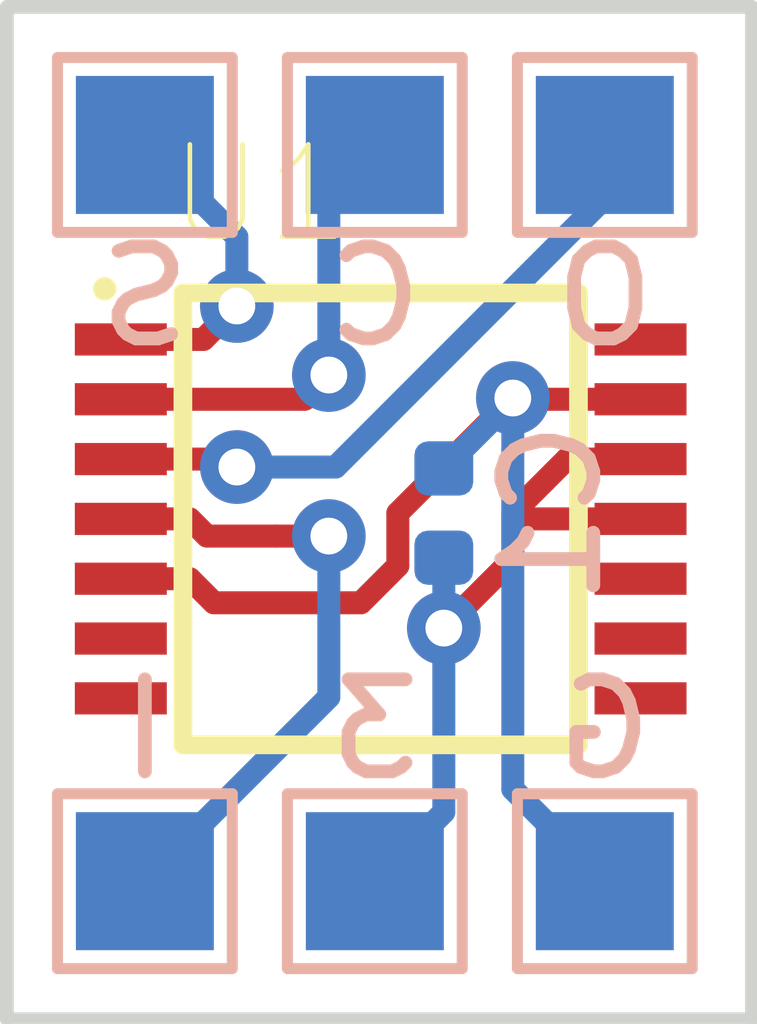
<source format=kicad_pcb>
(kicad_pcb (version 20171130) (host pcbnew 5.0.2+dfsg1-1)

  (general
    (thickness 1.6)
    (drawings 4)
    (tracks 46)
    (zones 0)
    (modules 8)
    (nets 13)
  )

  (page A4)
  (layers
    (0 F.Cu signal)
    (31 B.Cu signal)
    (32 B.Adhes user)
    (33 F.Adhes user)
    (34 B.Paste user)
    (35 F.Paste user)
    (36 B.SilkS user)
    (37 F.SilkS user)
    (38 B.Mask user)
    (39 F.Mask user)
    (40 Dwgs.User user)
    (41 Cmts.User user)
    (42 Eco1.User user)
    (43 Eco2.User user)
    (44 Edge.Cuts user)
    (45 Margin user)
    (46 B.CrtYd user)
    (47 F.CrtYd user)
    (48 B.Fab user)
    (49 F.Fab user)
  )

  (setup
    (last_trace_width 0.25)
    (trace_clearance 0.2)
    (zone_clearance 0.508)
    (zone_45_only no)
    (trace_min 0.2)
    (segment_width 0.2)
    (edge_width 0.15)
    (via_size 0.8)
    (via_drill 0.4)
    (via_min_size 0.4)
    (via_min_drill 0.3)
    (uvia_size 0.3)
    (uvia_drill 0.1)
    (uvias_allowed no)
    (uvia_min_size 0.2)
    (uvia_min_drill 0.1)
    (pcb_text_width 0.3)
    (pcb_text_size 1.5 1.5)
    (mod_edge_width 0.15)
    (mod_text_size 1 1)
    (mod_text_width 0.15)
    (pad_size 1.524 1.524)
    (pad_drill 0.762)
    (pad_to_mask_clearance 0.051)
    (solder_mask_min_width 0.25)
    (aux_axis_origin 0 0)
    (visible_elements FFFFFF7F)
    (pcbplotparams
      (layerselection 0x010f0_ffffffff)
      (usegerberextensions false)
      (usegerberattributes false)
      (usegerberadvancedattributes false)
      (creategerberjobfile false)
      (excludeedgelayer true)
      (linewidth 0.100000)
      (plotframeref false)
      (viasonmask false)
      (mode 1)
      (useauxorigin false)
      (hpglpennumber 1)
      (hpglpenspeed 20)
      (hpglpendiameter 15.000000)
      (psnegative false)
      (psa4output false)
      (plotreference true)
      (plotvalue true)
      (plotinvisibletext false)
      (padsonsilk false)
      (subtractmaskfromsilk false)
      (outputformat 1)
      (mirror false)
      (drillshape 0)
      (scaleselection 1)
      (outputdirectory ""))
  )

  (net 0 "")
  (net 1 +3V3)
  (net 2 "Net-(Clk1-Pad1)")
  (net 3 "Net-(U1-Pad4)")
  (net 4 "Net-(U1-Pad3)")
  (net 5 GND)
  (net 6 "Net-(Sc1-Pad1)")
  (net 7 "Net-(U1-Pad6)")
  (net 8 "Net-(U1-Pad7)")
  (net 9 "Net-(U1-Pad8)")
  (net 10 "Net-(U1-Pad9)")
  (net 11 "Net-(U1-Pad10)")
  (net 12 "Net-(U1-Pad14)")

  (net_class Default "This is the default net class."
    (clearance 0.2)
    (trace_width 0.25)
    (via_dia 0.8)
    (via_drill 0.4)
    (uvia_dia 0.3)
    (uvia_drill 0.1)
    (add_net +3V3)
    (add_net GND)
    (add_net "Net-(Clk1-Pad1)")
    (add_net "Net-(Sc1-Pad1)")
    (add_net "Net-(U1-Pad10)")
    (add_net "Net-(U1-Pad14)")
    (add_net "Net-(U1-Pad3)")
    (add_net "Net-(U1-Pad4)")
    (add_net "Net-(U1-Pad6)")
    (add_net "Net-(U1-Pad7)")
    (add_net "Net-(U1-Pad8)")
    (add_net "Net-(U1-Pad9)")
  )

  (module Capacitor_SMD:C_0402_1005Metric (layer B.Cu) (tedit 5B301BBE) (tstamp 5D6E646B)
    (at 34.25 30.5 90)
    (descr "Capacitor SMD 0402 (1005 Metric), square (rectangular) end terminal, IPC_7351 nominal, (Body size source: http://www.tortai-tech.com/upload/download/2011102023233369053.pdf), generated with kicad-footprint-generator")
    (tags capacitor)
    (path /5D66594B)
    (attr smd)
    (fp_text reference C1 (at 0 1.17 90) (layer B.SilkS)
      (effects (font (size 1 1) (thickness 0.15)) (justify mirror))
    )
    (fp_text value C (at 0 -1.17 90) (layer B.Fab)
      (effects (font (size 1 1) (thickness 0.15)) (justify mirror))
    )
    (fp_line (start -0.5 -0.25) (end -0.5 0.25) (layer B.Fab) (width 0.1))
    (fp_line (start -0.5 0.25) (end 0.5 0.25) (layer B.Fab) (width 0.1))
    (fp_line (start 0.5 0.25) (end 0.5 -0.25) (layer B.Fab) (width 0.1))
    (fp_line (start 0.5 -0.25) (end -0.5 -0.25) (layer B.Fab) (width 0.1))
    (fp_line (start -0.93 -0.47) (end -0.93 0.47) (layer B.CrtYd) (width 0.05))
    (fp_line (start -0.93 0.47) (end 0.93 0.47) (layer B.CrtYd) (width 0.05))
    (fp_line (start 0.93 0.47) (end 0.93 -0.47) (layer B.CrtYd) (width 0.05))
    (fp_line (start 0.93 -0.47) (end -0.93 -0.47) (layer B.CrtYd) (width 0.05))
    (fp_text user %R (at 0 0 90) (layer B.Fab)
      (effects (font (size 0.25 0.25) (thickness 0.04)) (justify mirror))
    )
    (pad 1 smd roundrect (at -0.485 0 90) (size 0.59 0.64) (layers B.Cu B.Paste B.Mask) (roundrect_rratio 0.25)
      (net 1 +3V3))
    (pad 2 smd roundrect (at 0.485 0 90) (size 0.59 0.64) (layers B.Cu B.Paste B.Mask) (roundrect_rratio 0.25)
      (net 5 GND))
    (model ${KISYS3DMOD}/Capacitor_SMD.3dshapes/C_0402_1005Metric.wrl
      (at (xyz 0 0 0))
      (scale (xyz 1 1 1))
      (rotate (xyz 0 0 0))
    )
  )

  (module TestPoint:TestPoint_Pad_1.5x1.5mm (layer B.Cu) (tedit 5D6675DA) (tstamp 5D6DEA55)
    (at 31 26.5)
    (descr "SMD rectangular pad as test Point, square 1.5mm side length")
    (tags "test point SMD pad rectangle square")
    (path /5D65C92D)
    (attr virtual)
    (fp_text reference S (at 0 1.648) (layer B.SilkS)
      (effects (font (size 1 1) (thickness 0.15)) (justify mirror))
    )
    (fp_text value Conn_01x01 (at 0 -1.75) (layer B.Fab) hide
      (effects (font (size 1 1) (thickness 0.15)) (justify mirror))
    )
    (fp_text user %R (at 0 1.65) (layer B.Fab)
      (effects (font (size 1 1) (thickness 0.15)) (justify mirror))
    )
    (fp_line (start -0.95 0.95) (end 0.95 0.95) (layer B.SilkS) (width 0.12))
    (fp_line (start 0.95 0.95) (end 0.95 -0.95) (layer B.SilkS) (width 0.12))
    (fp_line (start 0.95 -0.95) (end -0.95 -0.95) (layer B.SilkS) (width 0.12))
    (fp_line (start -0.95 -0.95) (end -0.95 0.95) (layer B.SilkS) (width 0.12))
    (fp_line (start -1.25 1.25) (end 1.25 1.25) (layer B.CrtYd) (width 0.05))
    (fp_line (start -1.25 1.25) (end -1.25 -1.25) (layer B.CrtYd) (width 0.05))
    (fp_line (start 1.25 -1.25) (end 1.25 1.25) (layer B.CrtYd) (width 0.05))
    (fp_line (start 1.25 -1.25) (end -1.25 -1.25) (layer B.CrtYd) (width 0.05))
    (pad 1 smd rect (at 0 0) (size 1.5 1.5) (layers B.Cu B.Mask)
      (net 6 "Net-(Sc1-Pad1)"))
  )

  (module TestPoint:TestPoint_Pad_1.5x1.5mm (layer B.Cu) (tedit 5D6674C6) (tstamp 5D6DEA48)
    (at 36 34.5 180)
    (descr "SMD rectangular pad as test Point, square 1.5mm side length")
    (tags "test point SMD pad rectangle square")
    (path /5D65C7B4)
    (attr virtual)
    (fp_text reference G (at 0 1.648 180) (layer B.SilkS)
      (effects (font (size 1 1) (thickness 0.15)) (justify mirror))
    )
    (fp_text value Conn_01x01 (at 0 -1.75 180) (layer B.Fab) hide
      (effects (font (size 1 1) (thickness 0.15)) (justify mirror))
    )
    (fp_line (start 1.25 -1.25) (end -1.25 -1.25) (layer B.CrtYd) (width 0.05))
    (fp_line (start 1.25 -1.25) (end 1.25 1.25) (layer B.CrtYd) (width 0.05))
    (fp_line (start -1.25 1.25) (end -1.25 -1.25) (layer B.CrtYd) (width 0.05))
    (fp_line (start -1.25 1.25) (end 1.25 1.25) (layer B.CrtYd) (width 0.05))
    (fp_line (start -0.95 -0.95) (end -0.95 0.95) (layer B.SilkS) (width 0.12))
    (fp_line (start 0.95 -0.95) (end -0.95 -0.95) (layer B.SilkS) (width 0.12))
    (fp_line (start 0.95 0.95) (end 0.95 -0.95) (layer B.SilkS) (width 0.12))
    (fp_line (start -0.95 0.95) (end 0.95 0.95) (layer B.SilkS) (width 0.12))
    (fp_text user %R (at 0 1.65 180) (layer B.Fab)
      (effects (font (size 1 1) (thickness 0.15)) (justify mirror))
    )
    (pad 1 smd rect (at 0 0 180) (size 1.5 1.5) (layers B.Cu B.Mask)
      (net 5 GND))
  )

  (module TestPoint:TestPoint_Pad_1.5x1.5mm (layer B.Cu) (tedit 5D6675F9) (tstamp 5D6DEA3B)
    (at 36 26.5)
    (descr "SMD rectangular pad as test Point, square 1.5mm side length")
    (tags "test point SMD pad rectangle square")
    (path /5D65CD52)
    (attr virtual)
    (fp_text reference O (at 0 1.648) (layer B.SilkS)
      (effects (font (size 1 1) (thickness 0.15)) (justify mirror))
    )
    (fp_text value Conn_01x01 (at 0 -1.75) (layer B.Fab) hide
      (effects (font (size 1 1) (thickness 0.15)) (justify mirror))
    )
    (fp_text user %R (at 0 1.65) (layer B.Fab)
      (effects (font (size 1 1) (thickness 0.15)) (justify mirror))
    )
    (fp_line (start -0.95 0.95) (end 0.95 0.95) (layer B.SilkS) (width 0.12))
    (fp_line (start 0.95 0.95) (end 0.95 -0.95) (layer B.SilkS) (width 0.12))
    (fp_line (start 0.95 -0.95) (end -0.95 -0.95) (layer B.SilkS) (width 0.12))
    (fp_line (start -0.95 -0.95) (end -0.95 0.95) (layer B.SilkS) (width 0.12))
    (fp_line (start -1.25 1.25) (end 1.25 1.25) (layer B.CrtYd) (width 0.05))
    (fp_line (start -1.25 1.25) (end -1.25 -1.25) (layer B.CrtYd) (width 0.05))
    (fp_line (start 1.25 -1.25) (end 1.25 1.25) (layer B.CrtYd) (width 0.05))
    (fp_line (start 1.25 -1.25) (end -1.25 -1.25) (layer B.CrtYd) (width 0.05))
    (pad 1 smd rect (at 0 0) (size 1.5 1.5) (layers B.Cu B.Mask)
      (net 4 "Net-(U1-Pad3)"))
  )

  (module TestPoint:TestPoint_Pad_1.5x1.5mm (layer B.Cu) (tedit 5D6675D1) (tstamp 5D6DEA2E)
    (at 31 34.5 180)
    (descr "SMD rectangular pad as test Point, square 1.5mm side length")
    (tags "test point SMD pad rectangle square")
    (path /5D65CBE9)
    (attr virtual)
    (fp_text reference I (at 0 1.648 180) (layer B.SilkS)
      (effects (font (size 1 1) (thickness 0.15)) (justify mirror))
    )
    (fp_text value Conn_01x01 (at 0 -1.75 180) (layer B.Fab) hide
      (effects (font (size 1 1) (thickness 0.15)) (justify mirror))
    )
    (fp_line (start 1.25 -1.25) (end -1.25 -1.25) (layer B.CrtYd) (width 0.05))
    (fp_line (start 1.25 -1.25) (end 1.25 1.25) (layer B.CrtYd) (width 0.05))
    (fp_line (start -1.25 1.25) (end -1.25 -1.25) (layer B.CrtYd) (width 0.05))
    (fp_line (start -1.25 1.25) (end 1.25 1.25) (layer B.CrtYd) (width 0.05))
    (fp_line (start -0.95 -0.95) (end -0.95 0.95) (layer B.SilkS) (width 0.12))
    (fp_line (start 0.95 -0.95) (end -0.95 -0.95) (layer B.SilkS) (width 0.12))
    (fp_line (start 0.95 0.95) (end 0.95 -0.95) (layer B.SilkS) (width 0.12))
    (fp_line (start -0.95 0.95) (end 0.95 0.95) (layer B.SilkS) (width 0.12))
    (fp_text user %R (at 0 1.65 180) (layer B.Fab)
      (effects (font (size 1 1) (thickness 0.15)) (justify mirror))
    )
    (pad 1 smd rect (at 0 0 180) (size 1.5 1.5) (layers B.Cu B.Mask)
      (net 3 "Net-(U1-Pad4)"))
  )

  (module TestPoint:TestPoint_Pad_1.5x1.5mm (layer B.Cu) (tedit 5D6675EA) (tstamp 5D6DEA21)
    (at 33.5 26.5)
    (descr "SMD rectangular pad as test Point, square 1.5mm side length")
    (tags "test point SMD pad rectangle square")
    (path /5D65CA8A)
    (attr virtual)
    (fp_text reference C (at 0 1.648) (layer B.SilkS)
      (effects (font (size 1 1) (thickness 0.15)) (justify mirror))
    )
    (fp_text value Conn_01x01 (at 0 -1.75) (layer B.Fab) hide
      (effects (font (size 1 1) (thickness 0.15)) (justify mirror))
    )
    (fp_text user %R (at 0 1.65) (layer B.Fab)
      (effects (font (size 1 1) (thickness 0.15)) (justify mirror))
    )
    (fp_line (start -0.95 0.95) (end 0.95 0.95) (layer B.SilkS) (width 0.12))
    (fp_line (start 0.95 0.95) (end 0.95 -0.95) (layer B.SilkS) (width 0.12))
    (fp_line (start 0.95 -0.95) (end -0.95 -0.95) (layer B.SilkS) (width 0.12))
    (fp_line (start -0.95 -0.95) (end -0.95 0.95) (layer B.SilkS) (width 0.12))
    (fp_line (start -1.25 1.25) (end 1.25 1.25) (layer B.CrtYd) (width 0.05))
    (fp_line (start -1.25 1.25) (end -1.25 -1.25) (layer B.CrtYd) (width 0.05))
    (fp_line (start 1.25 -1.25) (end 1.25 1.25) (layer B.CrtYd) (width 0.05))
    (fp_line (start 1.25 -1.25) (end -1.25 -1.25) (layer B.CrtYd) (width 0.05))
    (pad 1 smd rect (at 0 0) (size 1.5 1.5) (layers B.Cu B.Mask)
      (net 2 "Net-(Clk1-Pad1)"))
  )

  (module TestPoint:TestPoint_Pad_1.5x1.5mm (layer B.Cu) (tedit 5D6674E7) (tstamp 5D6DE838)
    (at 33.5 34.5 180)
    (descr "SMD rectangular pad as test Point, square 1.5mm side length")
    (tags "test point SMD pad rectangle square")
    (path /5D65C4F9)
    (attr virtual)
    (fp_text reference 3 (at 0 1.648 180) (layer B.SilkS)
      (effects (font (size 1 1) (thickness 0.15)) (justify mirror))
    )
    (fp_text value Conn_01x01 (at 0 -1.75 180) (layer B.Fab) hide
      (effects (font (size 1 1) (thickness 0.15)) (justify mirror))
    )
    (fp_text user %R (at 0 1.65 180) (layer B.Fab)
      (effects (font (size 1 1) (thickness 0.15)) (justify mirror))
    )
    (fp_line (start -0.95 0.95) (end 0.95 0.95) (layer B.SilkS) (width 0.12))
    (fp_line (start 0.95 0.95) (end 0.95 -0.95) (layer B.SilkS) (width 0.12))
    (fp_line (start 0.95 -0.95) (end -0.95 -0.95) (layer B.SilkS) (width 0.12))
    (fp_line (start -0.95 -0.95) (end -0.95 0.95) (layer B.SilkS) (width 0.12))
    (fp_line (start -1.25 1.25) (end 1.25 1.25) (layer B.CrtYd) (width 0.05))
    (fp_line (start -1.25 1.25) (end -1.25 -1.25) (layer B.CrtYd) (width 0.05))
    (fp_line (start 1.25 -1.25) (end 1.25 1.25) (layer B.CrtYd) (width 0.05))
    (fp_line (start 1.25 -1.25) (end -1.25 -1.25) (layer B.CrtYd) (width 0.05))
    (pad 1 smd rect (at 0 0 180) (size 1.5 1.5) (layers B.Cu B.Mask)
      (net 1 +3V3))
  )

  (module SOP65P640X120-14N (layer F.Cu) (tedit 5D667561) (tstamp 5D6DE466)
    (at 33.563501 30.563501)
    (path /5D656ED1)
    (attr smd)
    (fp_text reference U1 (at -1.31141 -3.52881) (layer F.SilkS)
      (effects (font (size 1.00108 1.00108) (thickness 0.05)))
    )
    (fp_text value AS5048A-HTSP-500 (at -0.57545 3.55785) (layer F.SilkS) hide
      (effects (font (size 1.0008 1.0008) (thickness 0.05)))
    )
    (fp_line (start -2.15 2.455) (end -2.15 -2.455) (layer F.SilkS) (width 0.2032))
    (fp_line (start -2.15 -2.455) (end 2.15 -2.455) (layer F.SilkS) (width 0.2032))
    (fp_line (start 2.15 2.455) (end -2.15 2.455) (layer F.SilkS) (width 0.2032))
    (fp_line (start 2.15 -2.455) (end 2.15 2.455) (layer F.SilkS) (width 0.2032))
    (fp_circle (center -1.525 -1.825) (end -1.15 -1.825) (layer Eco2.User) (width 0))
    (fp_poly (pts (xy -2.22699 -2.10199) (xy -2.22699 -1.79935) (xy -3.20065 -1.79935) (xy -3.20065 -2.10199)) (layer Eco2.User) (width 0))
    (fp_poly (pts (xy -2.22713 -1.45213) (xy -2.22713 -1.14881) (xy -3.20119 -1.14881) (xy -3.20119 -1.45213)) (layer Eco2.User) (width 0))
    (fp_poly (pts (xy -2.22531 -0.800306) (xy -2.22531 -0.499726) (xy -3.20027 -0.499727) (xy -3.20027 -0.800307)) (layer Eco2.User) (width 0))
    (fp_poly (pts (xy -2.22553 -0.150531) (xy -2.22553 0.150749) (xy -3.20075 0.150749) (xy -3.20075 -0.150531)) (layer Eco2.User) (width 0))
    (fp_poly (pts (xy -2.22591 0.499095) (xy -2.22591 0.802095) (xy -3.20209 0.802095) (xy -3.20209 0.499095)) (layer Eco2.User) (width 0))
    (fp_poly (pts (xy -2.22607 1.14893) (xy -2.22607 1.45462) (xy -3.20462 1.45462) (xy -3.20462 1.14893)) (layer Eco2.User) (width 0))
    (fp_poly (pts (xy -2.22504 1.79996) (xy -2.22504 2.10052) (xy -3.20052 2.10052) (xy -3.20052 1.79996)) (layer Eco2.User) (width 0))
    (fp_poly (pts (xy 2.22512 2.09988) (xy 2.22512 1.80464) (xy 3.20464 1.80464) (xy 3.20464 2.09988)) (layer Eco2.User) (width 0))
    (fp_poly (pts (xy 2.22524 1.44976) (xy 2.22524 1.15135) (xy 3.20135 1.15135) (xy 3.20135 1.44976)) (layer Eco2.User) (width 0))
    (fp_poly (pts (xy 2.22542 0.79958) (xy 2.22542 0.50109) (xy 3.20109 0.50109) (xy 3.20109 0.79958)) (layer Eco2.User) (width 0))
    (fp_poly (pts (xy 2.22676 0.148239) (xy 2.22676 -0.147411) (xy 3.20259 -0.147411) (xy 3.20259 0.148239)) (layer Eco2.User) (width 0))
    (fp_poly (pts (xy 2.22584 -0.500835) (xy 2.22584 -0.799265) (xy 3.20073 -0.799265) (xy 3.20073 -0.500835)) (layer Eco2.User) (width 0))
    (fp_poly (pts (xy 2.22525 -1.15025) (xy 2.22525 -1.44987) (xy 3.20013 -1.44987) (xy 3.20013 -1.15025)) (layer Eco2.User) (width 0))
    (fp_poly (pts (xy 2.22623 -1.80123) (xy 2.22623 -2.09966) (xy 3.20033 -2.09966) (xy 3.20033 -1.80123)) (layer Eco2.User) (width 0))
    (fp_circle (center -3 -2.5) (end -2.873 -2.5) (layer F.SilkS) (width 0))
    (fp_line (start -3.75 -2.75) (end 3.75 -2.75) (layer Eco1.User) (width 0.127))
    (fp_line (start 3.75 -2.75) (end 3.75 2.75) (layer Eco1.User) (width 0.127))
    (fp_line (start 3.75 2.75) (end -3.75 2.75) (layer Eco1.User) (width 0.127))
    (fp_line (start -3.75 2.75) (end -3.75 -2.75) (layer Eco1.User) (width 0.127))
    (pad 1 smd rect (at -2.825 -1.95 270) (size 0.35 1) (layers F.Cu F.Paste F.Mask)
      (net 6 "Net-(Sc1-Pad1)"))
    (pad 2 smd rect (at -2.825 -1.3 270) (size 0.35 1) (layers F.Cu F.Paste F.Mask)
      (net 2 "Net-(Clk1-Pad1)"))
    (pad 3 smd rect (at -2.825 -0.65 270) (size 0.35 1) (layers F.Cu F.Paste F.Mask)
      (net 4 "Net-(U1-Pad3)"))
    (pad 4 smd rect (at -2.825 0 270) (size 0.35 1) (layers F.Cu F.Paste F.Mask)
      (net 3 "Net-(U1-Pad4)"))
    (pad 5 smd rect (at -2.825 0.65 270) (size 0.35 1) (layers F.Cu F.Paste F.Mask)
      (net 5 GND))
    (pad 6 smd rect (at -2.825 1.3 270) (size 0.35 1) (layers F.Cu F.Paste F.Mask)
      (net 7 "Net-(U1-Pad6)"))
    (pad 7 smd rect (at -2.825 1.95 270) (size 0.35 1) (layers F.Cu F.Paste F.Mask)
      (net 8 "Net-(U1-Pad7)"))
    (pad 8 smd rect (at 2.825 1.95 90) (size 0.35 1) (layers F.Cu F.Paste F.Mask)
      (net 9 "Net-(U1-Pad8)"))
    (pad 9 smd rect (at 2.825 1.3 90) (size 0.35 1) (layers F.Cu F.Paste F.Mask)
      (net 10 "Net-(U1-Pad9)"))
    (pad 10 smd rect (at 2.825 0.65 90) (size 0.35 1) (layers F.Cu F.Paste F.Mask)
      (net 11 "Net-(U1-Pad10)"))
    (pad 11 smd rect (at 2.825 0 90) (size 0.35 1) (layers F.Cu F.Paste F.Mask)
      (net 1 +3V3))
    (pad 12 smd rect (at 2.825 -0.65 90) (size 0.35 1) (layers F.Cu F.Paste F.Mask)
      (net 1 +3V3))
    (pad 13 smd rect (at 2.825 -1.3 90) (size 0.35 1) (layers F.Cu F.Paste F.Mask)
      (net 5 GND))
    (pad 14 smd rect (at 2.825 -1.95 90) (size 0.35 1) (layers F.Cu F.Paste F.Mask)
      (net 12 "Net-(U1-Pad14)"))
  )

  (gr_line (start 29.5 36) (end 29.5 25) (layer Edge.Cuts) (width 0.15))
  (gr_line (start 37.6 36) (end 29.5 36) (layer Edge.Cuts) (width 0.15))
  (gr_line (start 37.6 25) (end 37.6 36) (layer Edge.Cuts) (width 0.15))
  (gr_line (start 29.5 25) (end 37.6 25) (layer Edge.Cuts) (width 0.15))

  (via (at 34.25 31.75) (size 0.8) (drill 0.4) (layers F.Cu B.Cu) (net 1))
  (segment (start 36.388501 29.913501) (end 35.586499 29.913501) (width 0.25) (layer F.Cu) (net 1))
  (segment (start 35.586499 29.913501) (end 35 30.5) (width 0.25) (layer F.Cu) (net 1))
  (segment (start 35.063501 30.563501) (end 36.388501 30.563501) (width 0.25) (layer F.Cu) (net 1))
  (segment (start 35 30.5) (end 35.063501 30.563501) (width 0.25) (layer F.Cu) (net 1))
  (segment (start 35 31) (end 34.25 31.75) (width 0.25) (layer F.Cu) (net 1))
  (segment (start 35 30.5) (end 35 31) (width 0.25) (layer F.Cu) (net 1))
  (segment (start 34.25 33.75) (end 33.5 34.5) (width 0.25) (layer B.Cu) (net 1))
  (segment (start 34.25 31.75) (end 34.25 33.75) (width 0.25) (layer B.Cu) (net 1))
  (segment (start 34.25 30.985) (end 34.25 31.75) (width 0.25) (layer B.Cu) (net 1))
  (via (at 33 29) (size 0.8) (drill 0.4) (layers F.Cu B.Cu) (net 2))
  (segment (start 32.736499 29.263501) (end 33 29) (width 0.25) (layer F.Cu) (net 2))
  (segment (start 30.738501 29.263501) (end 32.736499 29.263501) (width 0.25) (layer F.Cu) (net 2))
  (segment (start 33 27) (end 33.5 26.5) (width 0.25) (layer B.Cu) (net 2))
  (segment (start 33 29) (end 33 27) (width 0.25) (layer B.Cu) (net 2))
  (via (at 33 30.75) (size 0.8) (drill 0.4) (layers F.Cu B.Cu) (net 3))
  (segment (start 32.434315 30.75) (end 33 30.75) (width 0.25) (layer F.Cu) (net 3))
  (segment (start 31.675 30.75) (end 32.434315 30.75) (width 0.25) (layer F.Cu) (net 3))
  (segment (start 31.488501 30.563501) (end 31.675 30.75) (width 0.25) (layer F.Cu) (net 3))
  (segment (start 30.738501 30.563501) (end 31.488501 30.563501) (width 0.25) (layer F.Cu) (net 3))
  (segment (start 33 32.5) (end 31 34.5) (width 0.25) (layer B.Cu) (net 3))
  (segment (start 33 30.75) (end 33 32.5) (width 0.25) (layer B.Cu) (net 3))
  (via (at 32 30) (size 0.8) (drill 0.4) (layers F.Cu B.Cu) (net 4))
  (segment (start 31.913501 29.913501) (end 32 30) (width 0.25) (layer F.Cu) (net 4))
  (segment (start 30.738501 29.913501) (end 31.913501 29.913501) (width 0.25) (layer F.Cu) (net 4))
  (segment (start 36 27.073002) (end 36 26.5) (width 0.25) (layer B.Cu) (net 4))
  (segment (start 33.073002 30) (end 36 27.073002) (width 0.25) (layer B.Cu) (net 4))
  (segment (start 32 30) (end 33.073002 30) (width 0.25) (layer B.Cu) (net 4))
  (via (at 35 29.25) (size 0.8) (drill 0.4) (layers F.Cu B.Cu) (net 5))
  (segment (start 35.013501 29.263501) (end 35 29.25) (width 0.25) (layer F.Cu) (net 5))
  (segment (start 36.388501 29.263501) (end 35.013501 29.263501) (width 0.25) (layer F.Cu) (net 5))
  (segment (start 33.348001 31.475001) (end 33.75 31.073002) (width 0.25) (layer F.Cu) (net 5))
  (segment (start 31.750001 31.475001) (end 33.348001 31.475001) (width 0.25) (layer F.Cu) (net 5))
  (segment (start 30.738501 31.213501) (end 31.488501 31.213501) (width 0.25) (layer F.Cu) (net 5))
  (segment (start 31.488501 31.213501) (end 31.750001 31.475001) (width 0.25) (layer F.Cu) (net 5))
  (segment (start 33.75 30.5) (end 35 29.25) (width 0.25) (layer F.Cu) (net 5))
  (segment (start 33.75 31.073002) (end 33.75 30.5) (width 0.25) (layer F.Cu) (net 5))
  (segment (start 35 33.5) (end 36 34.5) (width 0.25) (layer B.Cu) (net 5))
  (segment (start 35 29.25) (end 35 33.5) (width 0.25) (layer B.Cu) (net 5))
  (segment (start 35 29.265) (end 34.25 30.015) (width 0.25) (layer B.Cu) (net 5))
  (segment (start 35 29.25) (end 35 29.265) (width 0.25) (layer B.Cu) (net 5))
  (via (at 32 28.25) (size 0.8) (drill 0.4) (layers F.Cu B.Cu) (net 6))
  (segment (start 31.636499 28.613501) (end 32 28.25) (width 0.25) (layer F.Cu) (net 6))
  (segment (start 30.738501 28.613501) (end 31.636499 28.613501) (width 0.25) (layer F.Cu) (net 6))
  (segment (start 32 27.5) (end 31 26.5) (width 0.25) (layer B.Cu) (net 6))
  (segment (start 32 28.25) (end 32 27.5) (width 0.25) (layer B.Cu) (net 6))

)

</source>
